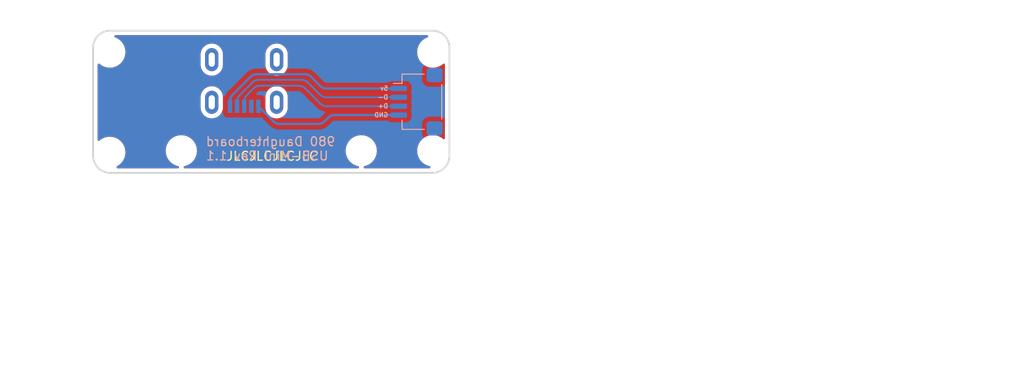
<source format=kicad_pcb>
(kicad_pcb (version 20210824) (generator pcbnew)
  (layers (0 "F.Cu" signal) (31 "B.Cu" signal) (34 "B.Paste" user) (35 "F.Paste" user) (36 "B.SilkS" user "B.Silkscreen") (37 "F.SilkS" user "F.Silkscreen") (38 "B.Mask" user) (39 "F.Mask" user) (44 "Edge.Cuts" user))
  (net 0 "")
  (net 1 "GND")
  (net 2 "VUSB")
  (net 3 "D-")
  (net 4 "D+")
  (footprint "" (layer "F.Cu") (at 136.255 14.205)
    (fp_text reference "" (at 0 0) (layer "F.SilkS") (effects (font (size 1.27 1.27))))
    (fp_text value "" (at 0 0) (layer "F.SilkS") (effects (font (size 1.27 1.27))))
    (pad "" np_thru_hole circle (at -1.555 -0.189521) (size 2.5 2.5) (drill 2.5) (layers F&B.Cu *.Mask))
  )
  (footprint "" (layer "F.Cu") (at 94.555 1.535)
    (fp_text reference "" (at 0 0) (layer "F.SilkS") (effects (font (size 1.27 1.27))))
    (fp_text value "" (at 0 0) (layer "F.SilkS") (effects (font (size 1.27 1.27))))
    (pad "" np_thru_hole circle (at 11.845 1.370479) (size 2.5 2.5) (drill 2.5) (layers F&B.Cu *.Mask))
  )
  (footprint "" (layer "F.Cu") (at 147.015 3.065)
    (fp_text reference "" (at 0 0) (layer "F.SilkS") (effects (font (size 1.27 1.27))))
    (fp_text value "" (at 0 0) (layer "F.SilkS") (effects (font (size 1.27 1.27))))
    (pad "" np_thru_hole circle (at -4.265 -0.159521) (size 2.5 2.5) (drill 2.5) (layers F&B.Cu *.Mask))
  )
  (footprint "" (layer "F.Cu") (at 94.295 7.445633)
    (fp_text reference "" (at 0 0) (layer "F.SilkS") (effects (font (size 1.27 1.27))))
    (fp_text value "" (at 0 0) (layer "F.SilkS") (effects (font (size 1.27 1.27))))
    (pad "" np_thru_hole circle (at 12.105 6.744367) (size 2.5 2.5) (drill 2.5) (layers F&B.Cu *.Mask))
  )
  (footprint "footprints:MegaMan7" (layer "F.Cu") (at 109.650838 8.415023)
    (fp_text reference "G***" hide)
    (fp_text value "LOGO" hide)
  )
  (footprint "" (layer "F.Cu") (at 112.225 13.965)
    (fp_text reference "" (at 0 0) (layer "F.SilkS") (effects (font (size 1.27 1.27))))
    (fp_text value "" (at 0 0) (layer "F.SilkS") (effects (font (size 1.27 1.27))))
    (pad "" np_thru_hole circle (at 2.225 0.050479) (size 2.5 2.5) (drill 2.5) (layers F&B.Cu *.Mask))
  )
  (footprint "" (layer "F.Cu") (at 130.75 14.19)
    (fp_text reference "" (at 0 0) (layer "F.SilkS") (effects (font (size 1.27 1.27))))
    (fp_text value "" (at 0 0) (layer "F.SilkS") (effects (font (size 1.27 1.27))))
    (pad "" np_thru_hole circle (at 12 -0.174521) (size 2.5 2.5) (drill 2.5) (layers F&B.Cu *.Mask))
  )
  (footprint "Keeb_components:U-M-M5DD-W-1" (layer "B.Cu") (at 121.525 3.7575 180)
    (fp_text reference "J1")
    (fp_text value "USB_mini_micro_B" hide)
    (pad "1" smd rect locked (at 1.6 -5.25) (size 0.5 1.5) (layers "B.Cu" "B.Paste" "B.Mask") (net 2 "VUSB"))
    (pad "2" smd rect locked (at 0.8 -5.25) (size 0.5 1.5) (layers "B.Cu" "B.Paste" "B.Mask") (net 3 "D-"))
    (pad "3" smd rect locked (at 0 -5.25) (size 0.5 1.5) (layers "B.Cu" "B.Paste" "B.Mask") (net 4 "D+"))
    (pad "4" smd rect locked (at -0.8 -5.25) (size 0.5 1.5) (layers "B.Cu" "B.Paste" "B.Mask"))
    (pad "5" smd rect locked (at -1.6 -5.25) (size 0.5 1.5) (layers "B.Cu" "B.Paste" "B.Mask") (net 1 "GND"))
    (pad "6" thru_hole oval locked (at -3.65 -4.8) (size 1.5 2.6) (drill oval 0.7 1.6) (layers *.Cu *.Mask))
    (pad "6" thru_hole oval locked (at 3.65 -4.8) (size 1.5 2.6) (drill oval 0.7 1.6) (layers *.Cu *.Mask))
    (pad "6" thru_hole oval locked (at -3.65 0) (size 1.5 2.6) (drill oval 0.7 1.6) (layers *.Cu *.Mask))
    (pad "6" thru_hole oval locked (at 3.65 0) (size 1.5 2.6) (drill oval 0.7 1.6) (layers *.Cu *.Mask))
  )
  (footprint "footprints:MegaMan7" (layer "B.Cu") (at 109.67284 8.39588 180)
    (fp_text reference "G***" hide)
    (fp_text value "LOGO" hide)
  )
  (footprint "Keeb_components:JST_SH_SM04B-SRSS-TB_1x04-1MP_P1.00mm_Horizontal" (layer "B.Cu") (at 141.077 8.495 -90)
    (fp_text reference "J2" hide)
    (fp_text value "ai03_ud" hide)
    (fp_line (start -2.06 1.785) (end -2.06 2.775) (layer "B.SilkS") (width 0.12))
    (fp_line (start 3.11 1.785) (end 2.06 1.785) (layer "B.SilkS") (width 0.12))
    (fp_line (start -3.11 1.785) (end -2.06 1.785) (layer "B.SilkS") (width 0.12))
    (fp_line (start -1.94 -2.685) (end 1.94 -2.685) (layer "B.SilkS") (width 0.12))
    (fp_line (start -3.11 -0.715) (end -3.11 1.785) (layer "B.SilkS") (width 0.12))
    (fp_line (start 3.11 -0.715) (end 3.11 1.785) (layer "B.SilkS") (width 0.12))
    (pad "1" smd roundrect locked (at -1.5 2.15 270) (size 0.6 1.85) (layers "B.Cu" "B.Paste" "B.Mask") (net 2 "VUSB"))
    (pad "2" smd roundrect locked (at -0.5 2.15 270) (size 0.6 1.85) (layers "B.Cu" "B.Paste" "B.Mask") (net 3 "D-"))
    (pad "3" smd roundrect locked (at 0.5 2.15 270) (size 0.6 1.85) (layers "B.Cu" "B.Paste" "B.Mask") (net 4 "D+"))
    (pad "4" smd roundrect locked (at 1.5 2.15 270) (size 0.6 1.85) (layers "B.Cu" "B.Paste" "B.Mask") (net 1 "GND"))
    (pad "MP" smd roundrect locked (at -3 -1.875 270) (size 1.6 1.8) (layers "B.Cu" "B.Paste" "B.Mask") (roundrect_rratio 0.208))
    (pad "MP" smd roundrect locked (at 3 -1.875 270) (size 1.6 1.8) (layers "B.Cu" "B.Paste" "B.Mask") (roundrect_rratio 0.208))
  )
  (gr_arc (start 142.702228 14.572226) (end 144.625 14.495) (angle 94.6) (layer "Edge.Cuts") (width 0.2))
  (gr_arc (start 142.702226 2.417772) (end 142.625 0.495) (angle 94.6) (layer "Edge.Cuts") (width 0.2))
  (gr_arc (start 106.447774 14.572228) (end 106.525 16.495) (angle 94.6) (layer "Edge.Cuts") (width 0.2))
  (gr_arc (start 106.447757 2.417757) (end 104.525 2.495) (angle 94.60101756) (layer "Edge.Cuts") (width 0.2))
  (gr_line (start 142.625 16.495) (end 106.525 16.495) (layer "Edge.Cuts") (width 0.2))
  (gr_line (start 144.624998 2.494999) (end 144.625 14.495) (layer "Edge.Cuts") (width 0.2))
  (gr_line (start 106.525 0.495) (end 142.625 0.495) (layer "Edge.Cuts") (width 0.2))
  (gr_line (start 104.525 2.495) (end 104.525 14.495) (layer "Edge.Cuts") (width 0.2))
  (gr_text "D-" (at 137.775 7.981) (layer "B.SilkS") (effects (font (size 0.5 0.5) (thickness 0.1)) (justify left mirror)))
  (gr_text "D+" (at 137.775 8.981) (layer "B.SilkS") (effects (font (size 0.5 0.5) (thickness 0.1)) (justify left mirror)))
  (gr_text "980 Daughterboard \nUSB-Mini Rev 1.1" (at 124.115 13.785) (layer "B.SilkS") (effects (font (size 1 1)) (justify mirror)))
  (gr_text "GND" (at 137.775 9.981) (layer "B.SilkS") (effects (font (size 0.5 0.5) (thickness 0.1)) (justify left mirror)))
  (gr_text "5v" (at 137.775 6.981) (layer "B.SilkS") (effects (font (size 0.5 0.5) (thickness 0.1)) (justify left mirror)))
  (gr_text "JLCJLCJLCJLC" (at 124.675 14.615) (layer "F.SilkS") (effects (font (size 1 1))))
  (segment (start 129.873786 10.985) (end 125.516714 10.985) (width 0.25) (layer "B.Cu") (net 1))
  (segment (start 124.809607 10.692107) (end 123.125 9.0075) (width 0.25) (layer "B.Cu") (net 1))
  (segment (start 130.985107 10.287893) (end 130.580893 10.692107) (width 0.25) (layer "B.Cu") (net 1))
  (segment (start 138.927 9.995) (end 131.692214 9.995) (width 0.25) (layer "B.Cu") (net 1))
  (arc (start 131.692214 9.995) (mid 131.309531 10.07112) (end 130.985107 10.287893) (width 0.25) (layer "B.Cu") (net 1))
  (arc (start 125.516714 10.985) (mid 125.134031 10.90888) (end 124.809607 10.692107) (width 0.25) (layer "B.Cu") (net 1))
  (arc (start 129.873786 10.985) (mid 130.256469 10.90888) (end 130.580893 10.692107) (width 0.25) (layer "B.Cu") (net 1))
  (segment (start 119.925 9.0075) (end 119.925 8.421714) (width 0.25) (layer "B.Cu") (net 2))
  (segment (start 130.771214 6.995) (end 138.927 6.995) (width 0.25) (layer "B.Cu") (net 2))
  (segment (start 122.946714 5.4) (end 128.347786 5.4) (width 0.25) (layer "B.Cu") (net 2))
  (segment (start 129.054893 5.692893) (end 130.064107 6.702107) (width 0.25) (layer "B.Cu") (net 2))
  (segment (start 120.217893 7.714607) (end 122.239607 5.692893) (width 0.25) (layer "B.Cu") (net 2))
  (arc (start 130.064107 6.702107) (mid 130.38853 6.91888) (end 130.771214 6.995) (width 0.25) (layer "B.Cu") (net 2))
  (arc (start 129.054893 5.692893) (mid 128.73047 5.47612) (end 128.347786 5.4) (width 0.25) (layer "B.Cu") (net 2))
  (arc (start 119.925 8.421714) (mid 120.00112 8.039031) (end 120.217893 7.714607) (width 0.25) (layer "B.Cu") (net 2))
  (arc (start 122.239607 5.692893) (mid 122.56403 5.47612) (end 122.946714 5.4) (width 0.25) (layer "B.Cu") (net 2))
  (segment (start 128.685894 6.320893) (end 130.067108 7.702107) (width 0.2) (layer "B.Cu") (net 3))
  (segment (start 120.725 9.0075) (end 120.725 8.471714) (width 0.2) (layer "B.Cu") (net 3))
  (segment (start 130.774215 7.995) (end 138.927 7.995) (width 0.2) (layer "B.Cu") (net 3))
  (segment (start 123.168714 6.028) (end 127.978787 6.028) (width 0.2) (layer "B.Cu") (net 3))
  (segment (start 121.017893 7.764607) (end 122.461607 6.320893) (width 0.2) (layer "B.Cu") (net 3))
  (arc (start 122.461607 6.320893) (mid 122.78603 6.10412) (end 123.168714 6.028) (width 0.2) (layer "B.Cu") (net 3))
  (arc (start 130.067108 7.702107) (mid 130.391531 7.91888) (end 130.774215 7.995) (width 0.2) (layer "B.Cu") (net 3))
  (arc (start 120.725 8.471714) (mid 120.80112 8.089031) (end 121.017893 7.764607) (width 0.2) (layer "B.Cu") (net 3))
  (arc (start 128.685894 6.320893) (mid 128.361471 6.10412) (end 127.978787 6.028) (width 0.2) (layer "B.Cu") (net 3))
  (segment (start 121.525 9.0075) (end 121.525 8.471714) (width 0.2) (layer "B.Cu") (net 4))
  (segment (start 128.374893 6.983893) (end 130.093107 8.702107) (width 0.2) (layer "B.Cu") (net 4))
  (segment (start 121.817893 7.764607) (end 122.598607 6.983893) (width 0.2) (layer "B.Cu") (net 4))
  (segment (start 123.305714 6.691) (end 127.667786 6.691) (width 0.2) (layer "B.Cu") (net 4))
  (segment (start 130.800214 8.995) (end 138.927 8.995) (width 0.2) (layer "B.Cu") (net 4))
  (arc (start 121.817893 7.764607) (mid 121.60112 8.08903) (end 121.525 8.471714) (width 0.2) (layer "B.Cu") (net 4))
  (arc (start 130.800214 8.995) (mid 130.417531 8.91888) (end 130.093107 8.702107) (width 0.2) (layer "B.Cu") (net 4))
  (arc (start 122.598607 6.983893) (mid 122.92303 6.76712) (end 123.305714 6.691) (width 0.2) (layer "B.Cu") (net 4))
  (arc (start 127.667786 6.691) (mid 128.050469 6.76712) (end 128.374893 6.983893) (width 0.2) (layer "B.Cu") (net 4))
  (zone (net 0) (net_name "") (layer "F.Cu") (connect_pads (clearance 0.508)) (min_thickness 0.254) (fill yes (thermal_gap 0.508) (thermal_bridge_width 0.508))
    (polygon (pts (xy 209.295 38.215) (xy 98.865 38.785) (xy 98.675 -2.955) (xy 208.535 -2.955)))
  )
  (zone (net 0) (net_name "") (layer "B.Cu") (connect_pads (clearance 0.508)) (min_thickness 0.254) (fill yes (thermal_gap 0.508) (thermal_bridge_width 0.508))
    (polygon (pts (xy 205.665 19.675) (xy 101.275 18.895) (xy 101.595 -2.435) (xy 205.585 -1.515)))
  )
)
</source>
